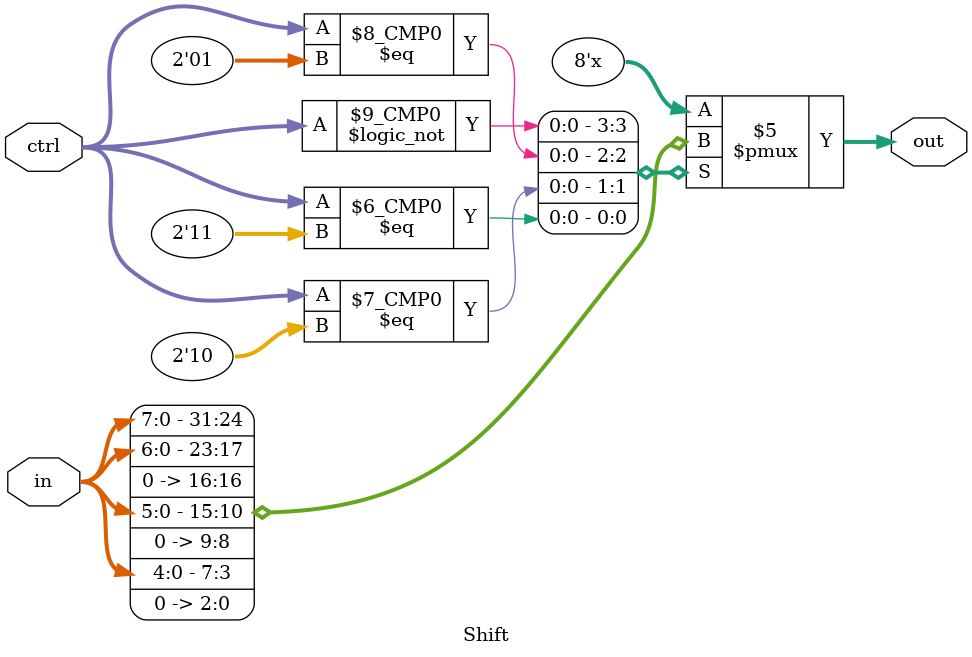
<source format=v>
`timescale 1ns / 1ps


module Shift(input [1:0] ctrl, input [7:0] in, output reg [7:0] out  );

always @(ctrl, in)
begin
    case(ctrl)
        2'd0: out = in;
        2'd1: out = in << 1;
        2'd2: out = in << 2;
        2'd3: out = in << 3;
    endcase
end
endmodule
</source>
